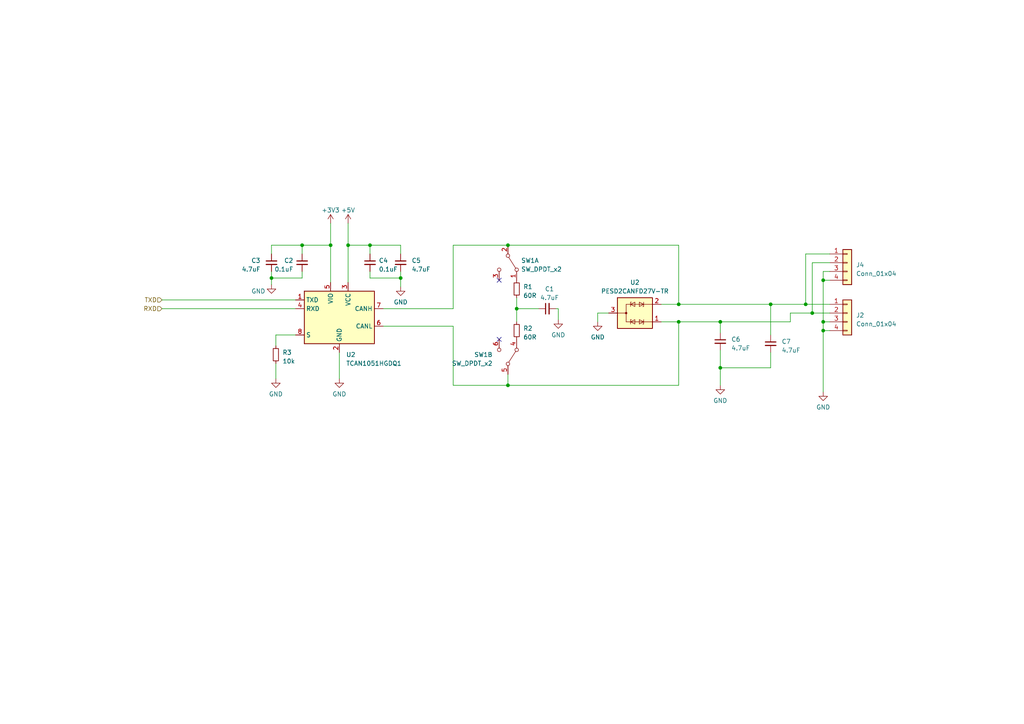
<source format=kicad_sch>
(kicad_sch (version 20230121) (generator eeschema)
  (paper "A4")
  (title_block (title "FDCAN_TRANSCEIVER") (date "2023-06-06") (company "EFPL Xplore") (comment 3 "Made by : [MYB]"))
  (lib_symbols
    (symbol "0_interface_can:TCAN1051HGDQ1"
      (property "Reference" "U" (at 0 0 0))
      (property "Value" "TCAN1051HGDQ1" (at 0 0 0))
      (symbol "TCAN1051HGDQ1_0_1"
        (rectangle (start -10.16 7.62) (end 10.16 -7.62) (stroke (width 0.254)) (fill (type background)))
      )
      (symbol "TCAN1051HGDQ1_1_1"
        (pin input line (at -12.7 5.08 0) (length 2.54) (name "TXD") (number "1"))
        (pin power_in line (at 0 -10.16 90) (length 2.54) (name "GND") (number "2"))
        (pin power_in line (at 2.54 10.16 270) (length 2.54) (name "VCC") (number "3"))
        (pin output line (at -12.7 2.54 0) (length 2.54) (name "RXD") (number "4"))
        (pin power_in line (at -2.54 10.16 270) (length 2.54) (name "VIO") (number "5"))
        (pin bidirectional line (at 12.7 -2.54 180) (length 2.54) (name "CANL") (number "6"))
        (pin bidirectional line (at 12.7 2.54 180) (length 2.54) (name "CANH") (number "7"))
        (pin input line (at -12.7 -5.08 0) (length 2.54) (name "S") (number "8"))
      )
    )
    (symbol "0_power_protection:PESD2CANFD27V-TR" (pin_names hide)
      (property "Reference" "U" (at -3.81 -6.985 0))
      (property "Value" "PESD2CANFD27V-TR" (at 14.605 -7.62 0))
      (symbol "PESD2CANFD27V-TR_0_0"
        (pin passive line (at 0 -8.255 90) (length 2.54) (name "CC") (number "3"))
      )
      (symbol "PESD2CANFD27V-TR_0_1"
        (rectangle (start -4.445 4.445) (end 4.445 -5.715) (stroke (width 0.254)) (fill (type background)))
        (circle (center 0 -3.175) (radius 0.254) (fill (type outline)))
        (polyline (pts (xy -2.54 -3.175) (xy -2.54 -1.905)))
        (polyline (pts (xy -2.54 -3.175) (xy 2.54 -3.175)))
        (polyline (pts (xy -2.54 1.905) (xy -2.54 -1.905)))
        (polyline (pts (xy -2.54 4.445) (xy -2.54 1.905)))
        (polyline (pts (xy 0 -3.175) (xy 0 -5.715)))
        (polyline (pts (xy 2.54 -3.175) (xy 2.54 -1.905)))
        (polyline (pts (xy 2.54 1.905) (xy 2.54 -1.905)))
        (polyline (pts (xy 2.54 4.445) (xy 2.54 1.905)))
        (polyline (pts (xy -3.175 -1.651) (xy -3.175 -1.905) (xy -1.905 -1.905)))
        (polyline (pts (xy -3.175 1.905) (xy -1.905 1.905) (xy -1.905 1.651)))
        (polyline (pts (xy 1.905 -1.651) (xy 1.905 -1.905) (xy 3.175 -1.905)))
        (polyline (pts (xy 1.905 1.905) (xy 3.175 1.905) (xy 3.175 1.651)))
        (polyline (pts (xy -2.54 -1.905) (xy -3.175 -0.635) (xy -1.905 -0.635) (xy -2.54 -1.905)))
        (polyline (pts (xy -2.54 1.905) (xy -1.905 0.635) (xy -3.175 0.635) (xy -2.54 1.905)))
        (polyline (pts (xy 2.54 -1.905) (xy 1.905 -0.635) (xy 3.175 -0.635) (xy 2.54 -1.905)))
        (polyline (pts (xy 2.54 1.905) (xy 3.175 0.635) (xy 1.905 0.635) (xy 2.54 1.905)))
      )
      (symbol "PESD2CANFD27V-TR_1_1"
        (pin passive line (at 2.54 6.985 270) (length 2.54) (name "K1") (number "1"))
        (pin passive line (at -2.54 6.985 270) (length 2.54) (name "K2") (number "2"))
      )
    )
    (symbol "Connector_Generic:Conn_01x04" (pin_names (offset 1.016) hide)
      (property "Reference" "J" (at 0 5.08 0))
      (property "Value" "Conn_01x04" (at 0 -7.62 0))
      (symbol "Conn_01x04_1_1"
        (rectangle (start -1.27 -4.953) (end 0 -5.207) (stroke (width 0.1524)))
        (rectangle (start -1.27 -2.413) (end 0 -2.667) (stroke (width 0.1524)))
        (rectangle (start -1.27 0.127) (end 0 -0.127) (stroke (width 0.1524)))
        (rectangle (start -1.27 2.667) (end 0 2.413) (stroke (width 0.1524)))
        (rectangle (start -1.27 3.81) (end 1.27 -6.35) (stroke (width 0.254)) (fill (type background)))
        (pin passive line (at -5.08 2.54 0) (length 3.81) (name "Pin_1") (number "1"))
        (pin passive line (at -5.08 0 0) (length 3.81) (name "Pin_2") (number "2"))
        (pin passive line (at -5.08 -2.54 0) (length 3.81) (name "Pin_3") (number "3"))
        (pin passive line (at -5.08 -5.08 0) (length 3.81) (name "Pin_4") (number "4"))
      )
    )
    (symbol "Device:C_Small" (pin_numbers hide) (pin_names (offset 0.254) hide)
      (property "Reference" "C" (at 0.254 1.778 0))
      (property "Value" "C_Small" (at 0.254 -2.032 0))
      (symbol "C_Small_0_1"
        (polyline (pts (xy -1.524 -0.508) (xy 1.524 -0.508)) (stroke (width 0.3302)))
        (polyline (pts (xy -1.524 0.508) (xy 1.524 0.508)) (stroke (width 0.3048)))
      )
      (symbol "C_Small_1_1"
        (pin passive line (at 0 2.54 270) (length 2.032) (name "~") (number "1"))
        (pin passive line (at 0 -2.54 90) (length 2.032) (name "~") (number "2"))
      )
    )
    (symbol "Device:R_Small" (pin_numbers hide) (pin_names (offset 0.254) hide)
      (property "Reference" "R" (at 0.762 0.508 0))
      (property "Value" "R_Small" (at 0.762 -1.016 0))
      (symbol "R_Small_0_1"
        (rectangle (start -0.762 1.778) (end 0.762 -1.778) (stroke (width 0.2032)))
      )
      (symbol "R_Small_1_1"
        (pin passive line (at 0 2.54 270) (length 0.762) (name "~") (number "1"))
        (pin passive line (at 0 -2.54 90) (length 0.762) (name "~") (number "2"))
      )
    )
    (symbol "PCM_4ms_Power-symbol:+3.3V" (power) (pin_names (offset 0))
      (property "Value" "+3.3V" (at 0 3.556 0))
      (symbol "+3.3V_0_1"
        (polyline (pts (xy -0.762 1.27) (xy 0 2.54)))
        (polyline (pts (xy 0 0) (xy 0 2.54)))
        (polyline (pts (xy 0 2.54) (xy 0.762 1.27)))
      )
      (symbol "+3.3V_1_1"
        (pin power_in line (at 0 0 90) (length 0) hide (name "+3V3") (number "1"))
      )
    )
    (symbol "PCM_4ms_Power-symbol:+5V" (power) (pin_names (offset 0))
      (property "Value" "+5V" (at 0 3.556 0))
      (symbol "+5V_0_1"
        (polyline (pts (xy -0.762 1.27) (xy 0 2.54)))
        (polyline (pts (xy 0 0) (xy 0 2.54)))
        (polyline (pts (xy 0 2.54) (xy 0.762 1.27)))
      )
      (symbol "+5V_1_1"
        (pin power_in line (at 0 0 90) (length 0) hide (name "+5V") (number "1"))
      )
    )
    (symbol "PCM_4ms_Power-symbol:GND" (power) (pin_names (offset 0))
      (property "Value" "GND" (at 0 -3.81 0))
      (symbol "GND_0_1"
        (polyline (pts (xy 0 0) (xy 0 -1.27) (xy 1.27 -1.27) (xy 0 -2.54) (xy -1.27 -1.27) (xy 0 -1.27)))
      )
      (symbol "GND_1_1"
        (pin power_in line (at 0 0 270) (length 0) hide (name "GND") (number "1"))
      )
    )
    (symbol "Switch:SW_DPDT_x2" (pin_names (offset 0) hide)
      (property "Reference" "SW" (at 0 4.318 0))
      (property "Value" "SW_DPDT_x2" (at 0 -5.08 0))
      (symbol "SW_DPDT_x2_0_0"
        (circle (center -2.032 0) (radius 0.508))
        (circle (center 2.032 -2.54) (radius 0.508))
      )
      (symbol "SW_DPDT_x2_0_1"
        (polyline (pts (xy -1.524 0.254) (xy 1.651 2.286)))
        (circle (center 2.032 2.54) (radius 0.508))
      )
      (symbol "SW_DPDT_x2_1_1"
        (pin passive line (at 5.08 2.54 180) (length 2.54) (name "A") (number "1"))
        (pin passive line (at -5.08 0 0) (length 2.54) (name "B") (number "2"))
        (pin passive line (at 5.08 -2.54 180) (length 2.54) (name "C") (number "3"))
      )
      (symbol "SW_DPDT_x2_2_1"
        (pin passive line (at 5.08 2.54 180) (length 2.54) (name "A") (number "4"))
        (pin passive line (at -5.08 0 0) (length 2.54) (name "B") (number "5"))
        (pin passive line (at 5.08 -2.54 180) (length 2.54) (name "C") (number "6"))
      )
    )
  )
  (junction (at 223.52 88.265))
  (junction (at 208.915 106.68))
  (junction (at 87.63 71.12))
  (junction (at 208.915 93.345))
  (junction (at 196.85 88.265))
  (junction (at 196.85 93.345))
  (junction (at 95.885 71.12))
  (junction (at 235.585 90.805))
  (junction (at 238.76 95.885))
  (junction (at 147.32 111.76))
  (junction (at 233.68 88.265))
  (junction (at 107.315 71.12))
  (junction (at 149.86 89.535))
  (junction (at 147.32 71.12))
  (junction (at 238.76 81.28))
  (junction (at 116.205 80.645))
  (junction (at 238.76 93.345))
  (junction (at 78.74 80.645))
  (junction (at 100.965 71.12))
  (no_connect (at 144.78 98.425))
  (no_connect (at 144.78 81.28))
  (wire (pts (xy 147.32 71.12) (xy 196.85 71.12)))
  (wire (pts (xy 107.315 71.12) (xy 116.205 71.12)))
  (wire (pts (xy 235.585 90.805) (xy 235.585 76.2)))
  (wire (pts (xy 78.74 78.74) (xy 78.74 80.645)))
  (wire (pts (xy 95.885 64.77) (xy 95.885 71.12)))
  (wire (pts (xy 78.74 71.12) (xy 78.74 73.66)))
  (wire (pts (xy 100.965 71.12) (xy 107.315 71.12)))
  (wire (pts (xy 233.68 88.265) (xy 240.665 88.265)))
  (wire (pts (xy 238.76 93.345) (xy 238.76 81.28)))
  (wire (pts (xy 46.99 86.995) (xy 85.725 86.995)))
  (wire (pts (xy 229.235 90.805) (xy 235.585 90.805)))
  (wire (pts (xy 238.76 81.28) (xy 240.665 81.28)))
  (wire (pts (xy 131.445 89.535) (xy 111.125 89.535)))
  (wire (pts (xy 147.32 111.76) (xy 196.85 111.76)))
  (wire (pts (xy 233.68 88.265) (xy 233.68 73.66)))
  (wire (pts (xy 149.86 89.535) (xy 156.21 89.535)))
  (wire (pts (xy 196.85 88.265) (xy 223.52 88.265)))
  (wire (pts (xy 107.315 78.74) (xy 107.315 80.645)))
  (wire (pts (xy 131.445 71.12) (xy 147.32 71.12)))
  (wire (pts (xy 147.32 108.585) (xy 147.32 111.76)))
  (wire (pts (xy 111.125 94.615) (xy 131.445 94.615)))
  (wire (pts (xy 223.52 88.265) (xy 223.52 97.155)))
  (wire (pts (xy 131.445 111.76) (xy 147.32 111.76)))
  (wire (pts (xy 223.52 88.265) (xy 233.68 88.265)))
  (wire (pts (xy 233.68 73.66) (xy 240.665 73.66)))
  (wire (pts (xy 238.76 93.345) (xy 240.665 93.345)))
  (wire (pts (xy 196.85 71.12) (xy 196.85 88.265)))
  (wire (pts (xy 173.355 93.345) (xy 173.355 90.805)))
  (wire (pts (xy 208.915 93.345) (xy 229.235 93.345)))
  (wire (pts (xy 78.74 80.645) (xy 78.74 82.55)))
  (wire (pts (xy 87.63 71.12) (xy 95.885 71.12)))
  (wire (pts (xy 208.915 93.345) (xy 208.915 96.52)))
  (wire (pts (xy 87.63 80.645) (xy 78.74 80.645)))
  (wire (pts (xy 100.965 71.12) (xy 100.965 81.915)))
  (wire (pts (xy 196.85 93.345) (xy 191.77 93.345)))
  (wire (pts (xy 238.76 113.665) (xy 238.76 95.885)))
  (wire (pts (xy 46.99 89.535) (xy 85.725 89.535)))
  (wire (pts (xy 131.445 94.615) (xy 131.445 111.76)))
  (wire (pts (xy 229.235 93.345) (xy 229.235 90.805)))
  (wire (pts (xy 116.205 80.645) (xy 116.205 83.185)))
  (wire (pts (xy 80.01 109.855) (xy 80.01 105.41)))
  (wire (pts (xy 80.01 100.33) (xy 80.01 97.155)))
  (wire (pts (xy 131.445 71.12) (xy 131.445 89.535)))
  (wire (pts (xy 238.76 81.28) (xy 238.76 78.74)))
  (wire (pts (xy 87.63 73.66) (xy 87.63 71.12)))
  (wire (pts (xy 161.925 89.535) (xy 161.925 92.71)))
  (wire (pts (xy 161.29 89.535) (xy 161.925 89.535)))
  (wire (pts (xy 149.86 89.535) (xy 149.86 93.345)))
  (wire (pts (xy 238.76 95.885) (xy 238.76 93.345)))
  (wire (pts (xy 235.585 90.805) (xy 240.665 90.805)))
  (wire (pts (xy 173.355 90.805) (xy 176.53 90.805)))
  (wire (pts (xy 149.86 86.36) (xy 149.86 89.535)))
  (wire (pts (xy 87.63 78.74) (xy 87.63 80.645)))
  (wire (pts (xy 235.585 76.2) (xy 240.665 76.2)))
  (wire (pts (xy 107.315 73.66) (xy 107.315 71.12)))
  (wire (pts (xy 208.915 101.6) (xy 208.915 106.68)))
  (wire (pts (xy 238.76 95.885) (xy 240.665 95.885)))
  (wire (pts (xy 208.915 106.68) (xy 223.52 106.68)))
  (wire (pts (xy 80.01 97.155) (xy 85.725 97.155)))
  (wire (pts (xy 238.76 78.74) (xy 240.665 78.74)))
  (wire (pts (xy 208.915 106.68) (xy 208.915 111.76)))
  (wire (pts (xy 116.205 78.74) (xy 116.205 80.645)))
  (wire (pts (xy 100.965 64.77) (xy 100.965 71.12)))
  (wire (pts (xy 223.52 106.68) (xy 223.52 102.235)))
  (wire (pts (xy 196.85 88.265) (xy 191.77 88.265)))
  (wire (pts (xy 116.205 71.12) (xy 116.205 73.66)))
  (wire (pts (xy 196.85 93.345) (xy 208.915 93.345)))
  (wire (pts (xy 98.425 102.235) (xy 98.425 109.855)))
  (wire (pts (xy 107.315 80.645) (xy 116.205 80.645)))
  (wire (pts (xy 95.885 71.12) (xy 95.885 81.915)))
  (wire (pts (xy 196.85 111.76) (xy 196.85 93.345)))
  (wire (pts (xy 87.63 71.12) (xy 78.74 71.12)))
  (hierarchical_label "TXD" (shape input) (at 46.99 86.995 180))
  (hierarchical_label "RXD" (shape input) (at 46.99 89.535 180))
  (symbol (lib_id "PCM_4ms_Power-symbol:GND") (at 208.915 111.76 0) (unit 1)
    (property "Reference" "#PWR02" (effects hide))
    (property "Value" "GND" (at 208.915 116.205 0))
    (instances (project "jetson_hat" (path "" (reference "#PWR02") (unit 1)) (path "" (reference "#PWR012") (unit 1)) (path "" (reference "#PWR022") (unit 1)) (path "" (reference "#PWR045") (unit 1))))
  )
  (symbol (lib_id "Device:C_Small") (at 208.915 99.06 0) (unit 1)
    (property "Reference" "C6" (at 212.09 98.4313 0) (effects (justify left)))
    (property "Value" "4.7uF" (at 212.09 100.9713 0) (effects (justify left)))
    (property "Footprint" "Capacitor_SMD:C_0603_1608Metric_Pad1.08x0.95mm_HandSolder" (effects hide))
    (instances (project "jetson_hat" (path "" (reference "C6") (unit 1)) (path "" (reference "C13") (unit 1)) (path "" (reference "C26") (unit 1))))
  )
  (symbol (lib_id "0_interface_can:TCAN1051HGDQ1") (at 98.425 92.075 0) (unit 1)
    (property "Reference" "U2" (at 100.3809 102.87 0) (effects (justify left)))
    (property "Value" "TCAN1051HGDQ1" (at 100.3809 105.41 0) (effects (justify left)))
    (property "Footprint" "Package_SO:SOIC-8_3.9x4.9mm_P1.27mm" (effects hide))
    (property "Datasheet" "https://www.ti.com/lit/ds/symlink/tcan1051g-q1.pdf?HQS=dis-mous-null-mousermode-dsf-pf-null-wwe&ts=1667828631710&ref_url=https%253A%252F%252Fwww.mouser.ch%252F" (effects hide))
    (instances (project "jetson_hat" (path "" (reference "U2") (unit 1)) (path "" (reference "U1") (unit 1)) (path "" (reference "U3") (unit 1)) (path "" (reference "U7") (unit 1))))
  )
  (symbol (lib_id "Switch:SW_DPDT_x2") (at 147.32 76.2 270) (unit 1)
    (property "Reference" "SW1" (at 151.13 75.565 90) (effects (justify left)))
    (property "Value" "SW_DPDT_x2" (at 151.13 78.105 90) (effects (justify left)))
    (property "Footprint" "0_switch_button:CAS-220TB" (effects hide))
    (instances (project "jetson_hat" (path "" (reference "SW1") (unit 1)) (path "" (reference "SW2") (unit 1)) (path "" (reference "SW3") (unit 1))))
  )
  (symbol (lib_id "PCM_4ms_Power-symbol:GND") (at 80.01 109.855 0) (unit 1)
    (property "Reference" "#PWR02" (effects hide))
    (property "Value" "GND" (at 80.01 114.3 0))
    (instances (project "jetson_hat" (path "" (reference "#PWR02") (unit 1)) (path "" (reference "#PWR014") (unit 1)) (path "" (reference "#PWR015") (unit 1)) (path "" (reference "#PWR038") (unit 1))))
  )
  (symbol (lib_id "Device:R_Small") (at 149.86 95.885 0) (unit 1)
    (property "Reference" "R2" (at 151.765 95.25 0) (effects (justify left)))
    (property "Value" "60R" (at 151.765 97.79 0) (effects (justify left)))
    (property "Footprint" "Resistor_SMD:R_0603_1608Metric_Pad0.98x0.95mm_HandSolder" (effects hide))
    (instances (project "jetson_hat" (path "" (reference "R2") (unit 1)) (path "" (reference "R6") (unit 1)) (path "" (reference "R9") (unit 1))))
  )
  (symbol (lib_id "PCM_4ms_Power-symbol:GND") (at 98.425 109.855 0) (unit 1)
    (property "Reference" "#PWR02" (effects hide))
    (property "Value" "GND" (at 98.425 114.3 0))
    (instances (project "jetson_hat" (path "" (reference "#PWR02") (unit 1)) (path "" (reference "#PWR07") (unit 1)) (path "" (reference "#PWR017") (unit 1)) (path "" (reference "#PWR040") (unit 1))))
  )
  (symbol (lib_id "PCM_4ms_Power-symbol:GND") (at 173.355 93.345 0) (unit 1)
    (property "Reference" "#PWR02" (effects hide))
    (property "Value" "GND" (at 173.355 97.79 0))
    (instances (project "jetson_hat" (path "" (reference "#PWR02") (unit 1)) (path "" (reference "#PWR011") (unit 1)) (path "" (reference "#PWR021") (unit 1)) (path "" (reference "#PWR044") (unit 1))))
  )
  (symbol (lib_id "Device:C_Small") (at 107.315 76.2 0) (unit 1)
    (property "Reference" "C4" (at 109.855 75.5713 0) (effects (justify left)))
    (property "Value" "0.1uF" (at 109.855 78.1113 0) (effects (justify left)))
    (property "Footprint" "Capacitor_SMD:C_0603_1608Metric_Pad1.08x0.95mm_HandSolder" (effects hide))
    (instances (project "jetson_hat" (path "" (reference "C4") (unit 1)) (path "" (reference "C10") (unit 1)) (path "" (reference "C23") (unit 1))))
  )
  (symbol (lib_id "Connector_Generic:Conn_01x04") (at 245.745 76.2 0) (unit 1)
    (property "Reference" "J4" (at 248.285 76.835 0) (effects (justify left)))
    (property "Value" "Conn_01x04" (at 248.285 79.375 0) (effects (justify left)))
    (property "Footprint" "Connector_Molex:Molex_CLIK-Mate_505405-0470_1x04-1MP_P1.50mm_Vertical" (effects hide))
    (instances (project "jetson_hat" (path "" (reference "J4") (unit 1)) (path "" (reference "J5") (unit 1)) (path "" (reference "J7") (unit 1))))
  )
  (symbol (lib_id "Device:C_Small") (at 78.74 76.2 0) (mirror y) (unit 1)
    (property "Reference" "C3" (at 75.565 75.5713 0) (effects (justify left)))
    (property "Value" "4.7uF" (at 75.565 78.1113 0) (effects (justify left)))
    (property "Footprint" "Capacitor_SMD:C_0603_1608Metric_Pad1.08x0.95mm_HandSolder" (effects hide))
    (instances (project "jetson_hat" (path "" (reference "C3") (unit 1)) (path "" (reference "C8") (unit 1)) (path "" (reference "C21") (unit 1))))
  )
  (symbol (lib_id "PCM_4ms_Power-symbol:+5V") (at 100.965 64.77 0) (unit 1)
    (property "Reference" "#PWR03" (effects hide))
    (property "Value" "+5V" (at 100.965 60.96 0))
    (instances (project "jetson_hat" (path "" (reference "#PWR03") (unit 1)) (path "" (reference "#PWR06") (unit 1)) (path "" (reference "#PWR018") (unit 1)) (path "" (reference "#PWR041") (unit 1))))
  )
  (symbol (lib_id "Connector_Generic:Conn_01x04") (at 245.745 90.805 0) (unit 1)
    (property "Reference" "J2" (at 248.285 91.44 0) (effects (justify left)))
    (property "Value" "Conn_01x04" (at 248.285 93.98 0) (effects (justify left)))
    (property "Footprint" "Connector_Molex:Molex_CLIK-Mate_505405-0470_1x04-1MP_P1.50mm_Vertical" (effects hide))
    (instances (project "jetson_hat" (path "" (reference "J2") (unit 1)) (path "" (reference "J3") (unit 1)) (path "" (reference "J9") (unit 1))))
  )
  (symbol (lib_id "Device:R_Small") (at 80.01 102.87 0) (unit 1)
    (property "Reference" "R3" (at 81.915 102.235 0) (effects (justify left)))
    (property "Value" "10k" (at 81.915 104.775 0) (effects (justify left)))
    (property "Footprint" "Resistor_SMD:R_0603_1608Metric_Pad0.98x0.95mm_HandSolder" (effects hide))
    (instances (project "jetson_hat" (path "" (reference "R3") (unit 1)) (path "" (reference "R4") (unit 1)) (path "" (reference "R7") (unit 1))))
  )
  (symbol (lib_id "PCM_4ms_Power-symbol:GND") (at 116.205 83.185 0) (unit 1)
    (property "Reference" "#PWR02" (effects hide))
    (property "Value" "GND" (at 116.205 87.63 0))
    (instances (project "jetson_hat" (path "" (reference "#PWR02") (unit 1)) (path "" (reference "#PWR010") (unit 1)) (path "" (reference "#PWR019") (unit 1)) (path "" (reference "#PWR042") (unit 1))))
  )
  (symbol (lib_id "Device:C_Small") (at 158.75 89.535 90) (unit 1)
    (property "Reference" "C1" (at 159.385 83.82 90))
    (property "Value" "4.7uF" (at 159.385 86.36 90))
    (property "Footprint" "Capacitor_SMD:C_0603_1608Metric_Pad1.08x0.95mm_HandSolder" (effects hide))
    (instances (project "jetson_hat" (path "" (reference "C1") (unit 1)) (path "" (reference "C12") (unit 1)) (path "" (reference "C25") (unit 1))))
  )
  (symbol (lib_id "Device:C_Small") (at 87.63 76.2 0) (mirror y) (unit 1)
    (property "Reference" "C2" (at 85.09 75.5713 0) (effects (justify left)))
    (property "Value" "0.1uF" (at 85.09 78.1113 0) (effects (justify left)))
    (property "Footprint" "Capacitor_SMD:C_0603_1608Metric_Pad1.08x0.95mm_HandSolder" (effects hide))
    (instances (project "jetson_hat" (path "" (reference "C2") (unit 1)) (path "" (reference "C9") (unit 1)) (path "" (reference "C22") (unit 1))))
  )
  (symbol (lib_id "PCM_4ms_Power-symbol:GND") (at 161.925 92.71 0) (unit 1)
    (property "Reference" "#PWR02" (effects hide))
    (property "Value" "GND" (at 161.925 97.155 0))
    (instances (project "jetson_hat" (path "" (reference "#PWR02") (unit 1)) (path "" (reference "#PWR08") (unit 1)) (path "" (reference "#PWR020") (unit 1)) (path "" (reference "#PWR043") (unit 1))))
  )
  (symbol (lib_id "PCM_4ms_Power-symbol:GND") (at 238.76 113.665 0) (unit 1)
    (property "Reference" "#PWR02" (effects hide))
    (property "Value" "GND" (at 238.76 118.11 0))
    (instances (project "jetson_hat" (path "" (reference "#PWR02") (unit 1)) (path "" (reference "#PWR013") (unit 1)) (path "" (reference "#PWR023") (unit 1)) (path "" (reference "#PWR046") (unit 1))))
  )
  (symbol (lib_id "Device:C_Small") (at 116.205 76.2 0) (unit 1)
    (property "Reference" "C5" (at 119.38 75.5713 0) (effects (justify left)))
    (property "Value" "4.7uF" (at 119.38 78.1113 0) (effects (justify left)))
    (property "Footprint" "Capacitor_SMD:C_0603_1608Metric_Pad1.08x0.95mm_HandSolder" (effects hide))
    (instances (project "jetson_hat" (path "" (reference "C5") (unit 1)) (path "" (reference "C11") (unit 1)) (path "" (reference "C24") (unit 1))))
  )
  (symbol (lib_id "PCM_4ms_Power-symbol:+3.3V") (at 95.885 64.77 0) (unit 1)
    (property "Reference" "#PWR01" (effects hide))
    (property "Value" "+3.3V" (at 95.885 60.96 0))
    (instances (project "jetson_hat" (path "" (reference "#PWR01") (unit 1)) (path "" (reference "#PWR04") (unit 1)) (path "" (reference "#PWR016") (unit 1)) (path "" (reference "#PWR039") (unit 1))))
  )
  (symbol (lib_id "0_power_protection:PESD2CANFD27V-TR") (at 184.785 90.805 270) (unit 1)
    (property "Reference" "U2" (at 184.15 81.915 90))
    (property "Value" "PESD2CANFD27V-TR" (at 184.15 84.455 90))
    (property "Footprint" "Package_TO_SOT_SMD:SOT-23" (effects hide))
    (property "Datasheet" "https://assets.nexperia.com/documents/data-sheet/PESD2CANFD27V-T.pdf" (effects hide))
    (instances (project "jetson_hat" (path "" (reference "U2") (unit 1)) (path "" (reference "U4") (unit 1)) (path "" (reference "U8") (unit 1))))
  )
  (symbol (lib_id "Device:R_Small") (at 149.86 83.82 0) (unit 1)
    (property "Reference" "R1" (at 151.765 83.185 0) (effects (justify left)))
    (property "Value" "60R" (at 151.765 85.725 0) (effects (justify left)))
    (property "Footprint" "Resistor_SMD:R_0603_1608Metric_Pad0.98x0.95mm_HandSolder" (effects hide))
    (instances (project "jetson_hat" (path "" (reference "R1") (unit 1)) (path "" (reference "R5") (unit 1)) (path "" (reference "R8") (unit 1))))
  )
  (symbol (lib_id "Switch:SW_DPDT_x2") (at 147.32 103.505 270) (mirror x) (unit 2)
    (property "Reference" "SW1" (at 142.875 102.87 90) (effects (justify right)))
    (property "Value" "SW_DPDT_x2" (at 142.875 105.41 90) (effects (justify right)))
    (property "Footprint" "0_switch_button:CAS-220TB" (effects hide))
    (instances (project "jetson_hat" (path "" (reference "SW1") (unit 2)) (path "" (reference "SW2") (unit 2)) (path "" (reference "SW3") (unit 2))))
  )
  (symbol (lib_id "PCM_4ms_Power-symbol:GND") (at 78.74 82.55 0) (unit 1)
    (property "Reference" "#PWR02" (effects hide))
    (property "Value" "GND" (at 74.93 84.455 0))
    (instances (project "jetson_hat" (path "" (reference "#PWR02") (unit 1)) (path "" (reference "#PWR09") (unit 1)) (path "" (reference "#PWR05") (unit 1)) (path "" (reference "#PWR037") (unit 1))))
  )
  (symbol (lib_id "Device:C_Small") (at 223.52 99.695 0) (unit 1)
    (property "Reference" "C7" (at 226.695 99.0663 0) (effects (justify left)))
    (property "Value" "4.7uF" (at 226.695 101.6063 0) (effects (justify left)))
    (property "Footprint" "Capacitor_SMD:C_0603_1608Metric_Pad1.08x0.95mm_HandSolder" (effects hide))
    (instances (project "jetson_hat" (path "" (reference "C7") (unit 1)) (path "" (reference "C14") (unit 1)) (path "" (reference "C27") (unit 1))))
  )
)
</source>
